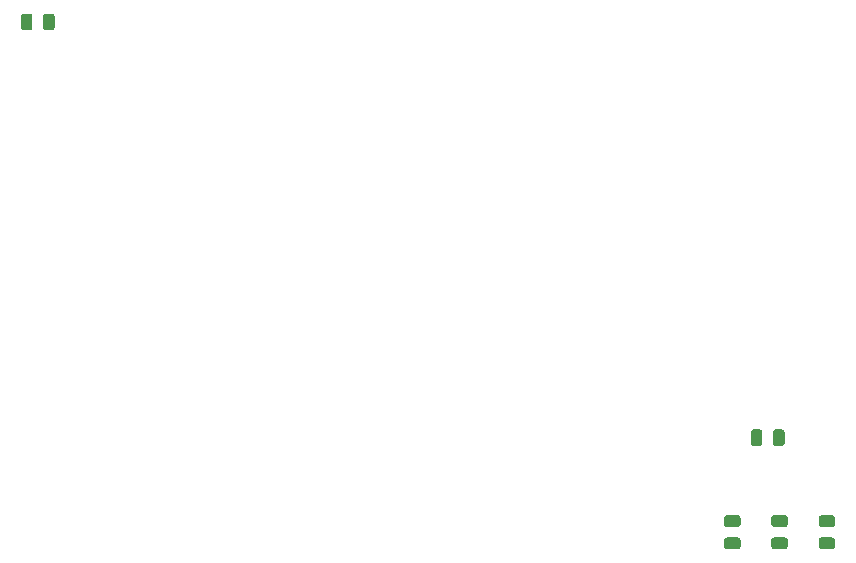
<source format=gbr>
G04 #@! TF.GenerationSoftware,KiCad,Pcbnew,5.1.5+dfsg1-2build2*
G04 #@! TF.CreationDate,2021-07-02T10:02:58+01:00*
G04 #@! TF.ProjectId,pak_breakout,70616b5f-6272-4656-916b-6f75742e6b69,rev?*
G04 #@! TF.SameCoordinates,Original*
G04 #@! TF.FileFunction,Paste,Bot*
G04 #@! TF.FilePolarity,Positive*
%FSLAX46Y46*%
G04 Gerber Fmt 4.6, Leading zero omitted, Abs format (unit mm)*
G04 Created by KiCad (PCBNEW 5.1.5+dfsg1-2build2) date 2021-07-02 10:02:58*
%MOMM*%
%LPD*%
G04 APERTURE LIST*
%ADD10C,0.100000*%
G04 APERTURE END LIST*
D10*
G36*
X339405142Y-228101174D02*
G01*
X339428803Y-228104684D01*
X339452007Y-228110496D01*
X339474529Y-228118554D01*
X339496153Y-228128782D01*
X339516670Y-228141079D01*
X339535883Y-228155329D01*
X339553607Y-228171393D01*
X339569671Y-228189117D01*
X339583921Y-228208330D01*
X339596218Y-228228847D01*
X339606446Y-228250471D01*
X339614504Y-228272993D01*
X339620316Y-228296197D01*
X339623826Y-228319858D01*
X339625000Y-228343750D01*
X339625000Y-229256250D01*
X339623826Y-229280142D01*
X339620316Y-229303803D01*
X339614504Y-229327007D01*
X339606446Y-229349529D01*
X339596218Y-229371153D01*
X339583921Y-229391670D01*
X339569671Y-229410883D01*
X339553607Y-229428607D01*
X339535883Y-229444671D01*
X339516670Y-229458921D01*
X339496153Y-229471218D01*
X339474529Y-229481446D01*
X339452007Y-229489504D01*
X339428803Y-229495316D01*
X339405142Y-229498826D01*
X339381250Y-229500000D01*
X338893750Y-229500000D01*
X338869858Y-229498826D01*
X338846197Y-229495316D01*
X338822993Y-229489504D01*
X338800471Y-229481446D01*
X338778847Y-229471218D01*
X338758330Y-229458921D01*
X338739117Y-229444671D01*
X338721393Y-229428607D01*
X338705329Y-229410883D01*
X338691079Y-229391670D01*
X338678782Y-229371153D01*
X338668554Y-229349529D01*
X338660496Y-229327007D01*
X338654684Y-229303803D01*
X338651174Y-229280142D01*
X338650000Y-229256250D01*
X338650000Y-228343750D01*
X338651174Y-228319858D01*
X338654684Y-228296197D01*
X338660496Y-228272993D01*
X338668554Y-228250471D01*
X338678782Y-228228847D01*
X338691079Y-228208330D01*
X338705329Y-228189117D01*
X338721393Y-228171393D01*
X338739117Y-228155329D01*
X338758330Y-228141079D01*
X338778847Y-228128782D01*
X338800471Y-228118554D01*
X338822993Y-228110496D01*
X338846197Y-228104684D01*
X338869858Y-228101174D01*
X338893750Y-228100000D01*
X339381250Y-228100000D01*
X339405142Y-228101174D01*
G37*
G36*
X337530142Y-228101174D02*
G01*
X337553803Y-228104684D01*
X337577007Y-228110496D01*
X337599529Y-228118554D01*
X337621153Y-228128782D01*
X337641670Y-228141079D01*
X337660883Y-228155329D01*
X337678607Y-228171393D01*
X337694671Y-228189117D01*
X337708921Y-228208330D01*
X337721218Y-228228847D01*
X337731446Y-228250471D01*
X337739504Y-228272993D01*
X337745316Y-228296197D01*
X337748826Y-228319858D01*
X337750000Y-228343750D01*
X337750000Y-229256250D01*
X337748826Y-229280142D01*
X337745316Y-229303803D01*
X337739504Y-229327007D01*
X337731446Y-229349529D01*
X337721218Y-229371153D01*
X337708921Y-229391670D01*
X337694671Y-229410883D01*
X337678607Y-229428607D01*
X337660883Y-229444671D01*
X337641670Y-229458921D01*
X337621153Y-229471218D01*
X337599529Y-229481446D01*
X337577007Y-229489504D01*
X337553803Y-229495316D01*
X337530142Y-229498826D01*
X337506250Y-229500000D01*
X337018750Y-229500000D01*
X336994858Y-229498826D01*
X336971197Y-229495316D01*
X336947993Y-229489504D01*
X336925471Y-229481446D01*
X336903847Y-229471218D01*
X336883330Y-229458921D01*
X336864117Y-229444671D01*
X336846393Y-229428607D01*
X336830329Y-229410883D01*
X336816079Y-229391670D01*
X336803782Y-229371153D01*
X336793554Y-229349529D01*
X336785496Y-229327007D01*
X336779684Y-229303803D01*
X336776174Y-229280142D01*
X336775000Y-229256250D01*
X336775000Y-228343750D01*
X336776174Y-228319858D01*
X336779684Y-228296197D01*
X336785496Y-228272993D01*
X336793554Y-228250471D01*
X336803782Y-228228847D01*
X336816079Y-228208330D01*
X336830329Y-228189117D01*
X336846393Y-228171393D01*
X336864117Y-228155329D01*
X336883330Y-228141079D01*
X336903847Y-228128782D01*
X336925471Y-228118554D01*
X336947993Y-228110496D01*
X336971197Y-228104684D01*
X336994858Y-228101174D01*
X337018750Y-228100000D01*
X337506250Y-228100000D01*
X337530142Y-228101174D01*
G37*
G36*
X401480142Y-272451174D02*
G01*
X401503803Y-272454684D01*
X401527007Y-272460496D01*
X401549529Y-272468554D01*
X401571153Y-272478782D01*
X401591670Y-272491079D01*
X401610883Y-272505329D01*
X401628607Y-272521393D01*
X401644671Y-272539117D01*
X401658921Y-272558330D01*
X401671218Y-272578847D01*
X401681446Y-272600471D01*
X401689504Y-272622993D01*
X401695316Y-272646197D01*
X401698826Y-272669858D01*
X401700000Y-272693750D01*
X401700000Y-273181250D01*
X401698826Y-273205142D01*
X401695316Y-273228803D01*
X401689504Y-273252007D01*
X401681446Y-273274529D01*
X401671218Y-273296153D01*
X401658921Y-273316670D01*
X401644671Y-273335883D01*
X401628607Y-273353607D01*
X401610883Y-273369671D01*
X401591670Y-273383921D01*
X401571153Y-273396218D01*
X401549529Y-273406446D01*
X401527007Y-273414504D01*
X401503803Y-273420316D01*
X401480142Y-273423826D01*
X401456250Y-273425000D01*
X400543750Y-273425000D01*
X400519858Y-273423826D01*
X400496197Y-273420316D01*
X400472993Y-273414504D01*
X400450471Y-273406446D01*
X400428847Y-273396218D01*
X400408330Y-273383921D01*
X400389117Y-273369671D01*
X400371393Y-273353607D01*
X400355329Y-273335883D01*
X400341079Y-273316670D01*
X400328782Y-273296153D01*
X400318554Y-273274529D01*
X400310496Y-273252007D01*
X400304684Y-273228803D01*
X400301174Y-273205142D01*
X400300000Y-273181250D01*
X400300000Y-272693750D01*
X400301174Y-272669858D01*
X400304684Y-272646197D01*
X400310496Y-272622993D01*
X400318554Y-272600471D01*
X400328782Y-272578847D01*
X400341079Y-272558330D01*
X400355329Y-272539117D01*
X400371393Y-272521393D01*
X400389117Y-272505329D01*
X400408330Y-272491079D01*
X400428847Y-272478782D01*
X400450471Y-272468554D01*
X400472993Y-272460496D01*
X400496197Y-272454684D01*
X400519858Y-272451174D01*
X400543750Y-272450000D01*
X401456250Y-272450000D01*
X401480142Y-272451174D01*
G37*
G36*
X401480142Y-270576174D02*
G01*
X401503803Y-270579684D01*
X401527007Y-270585496D01*
X401549529Y-270593554D01*
X401571153Y-270603782D01*
X401591670Y-270616079D01*
X401610883Y-270630329D01*
X401628607Y-270646393D01*
X401644671Y-270664117D01*
X401658921Y-270683330D01*
X401671218Y-270703847D01*
X401681446Y-270725471D01*
X401689504Y-270747993D01*
X401695316Y-270771197D01*
X401698826Y-270794858D01*
X401700000Y-270818750D01*
X401700000Y-271306250D01*
X401698826Y-271330142D01*
X401695316Y-271353803D01*
X401689504Y-271377007D01*
X401681446Y-271399529D01*
X401671218Y-271421153D01*
X401658921Y-271441670D01*
X401644671Y-271460883D01*
X401628607Y-271478607D01*
X401610883Y-271494671D01*
X401591670Y-271508921D01*
X401571153Y-271521218D01*
X401549529Y-271531446D01*
X401527007Y-271539504D01*
X401503803Y-271545316D01*
X401480142Y-271548826D01*
X401456250Y-271550000D01*
X400543750Y-271550000D01*
X400519858Y-271548826D01*
X400496197Y-271545316D01*
X400472993Y-271539504D01*
X400450471Y-271531446D01*
X400428847Y-271521218D01*
X400408330Y-271508921D01*
X400389117Y-271494671D01*
X400371393Y-271478607D01*
X400355329Y-271460883D01*
X400341079Y-271441670D01*
X400328782Y-271421153D01*
X400318554Y-271399529D01*
X400310496Y-271377007D01*
X400304684Y-271353803D01*
X400301174Y-271330142D01*
X400300000Y-271306250D01*
X400300000Y-270818750D01*
X400301174Y-270794858D01*
X400304684Y-270771197D01*
X400310496Y-270747993D01*
X400318554Y-270725471D01*
X400328782Y-270703847D01*
X400341079Y-270683330D01*
X400355329Y-270664117D01*
X400371393Y-270646393D01*
X400389117Y-270630329D01*
X400408330Y-270616079D01*
X400428847Y-270603782D01*
X400450471Y-270593554D01*
X400472993Y-270585496D01*
X400496197Y-270579684D01*
X400519858Y-270576174D01*
X400543750Y-270575000D01*
X401456250Y-270575000D01*
X401480142Y-270576174D01*
G37*
G36*
X397480142Y-270576174D02*
G01*
X397503803Y-270579684D01*
X397527007Y-270585496D01*
X397549529Y-270593554D01*
X397571153Y-270603782D01*
X397591670Y-270616079D01*
X397610883Y-270630329D01*
X397628607Y-270646393D01*
X397644671Y-270664117D01*
X397658921Y-270683330D01*
X397671218Y-270703847D01*
X397681446Y-270725471D01*
X397689504Y-270747993D01*
X397695316Y-270771197D01*
X397698826Y-270794858D01*
X397700000Y-270818750D01*
X397700000Y-271306250D01*
X397698826Y-271330142D01*
X397695316Y-271353803D01*
X397689504Y-271377007D01*
X397681446Y-271399529D01*
X397671218Y-271421153D01*
X397658921Y-271441670D01*
X397644671Y-271460883D01*
X397628607Y-271478607D01*
X397610883Y-271494671D01*
X397591670Y-271508921D01*
X397571153Y-271521218D01*
X397549529Y-271531446D01*
X397527007Y-271539504D01*
X397503803Y-271545316D01*
X397480142Y-271548826D01*
X397456250Y-271550000D01*
X396543750Y-271550000D01*
X396519858Y-271548826D01*
X396496197Y-271545316D01*
X396472993Y-271539504D01*
X396450471Y-271531446D01*
X396428847Y-271521218D01*
X396408330Y-271508921D01*
X396389117Y-271494671D01*
X396371393Y-271478607D01*
X396355329Y-271460883D01*
X396341079Y-271441670D01*
X396328782Y-271421153D01*
X396318554Y-271399529D01*
X396310496Y-271377007D01*
X396304684Y-271353803D01*
X396301174Y-271330142D01*
X396300000Y-271306250D01*
X396300000Y-270818750D01*
X396301174Y-270794858D01*
X396304684Y-270771197D01*
X396310496Y-270747993D01*
X396318554Y-270725471D01*
X396328782Y-270703847D01*
X396341079Y-270683330D01*
X396355329Y-270664117D01*
X396371393Y-270646393D01*
X396389117Y-270630329D01*
X396408330Y-270616079D01*
X396428847Y-270603782D01*
X396450471Y-270593554D01*
X396472993Y-270585496D01*
X396496197Y-270579684D01*
X396519858Y-270576174D01*
X396543750Y-270575000D01*
X397456250Y-270575000D01*
X397480142Y-270576174D01*
G37*
G36*
X397480142Y-272451174D02*
G01*
X397503803Y-272454684D01*
X397527007Y-272460496D01*
X397549529Y-272468554D01*
X397571153Y-272478782D01*
X397591670Y-272491079D01*
X397610883Y-272505329D01*
X397628607Y-272521393D01*
X397644671Y-272539117D01*
X397658921Y-272558330D01*
X397671218Y-272578847D01*
X397681446Y-272600471D01*
X397689504Y-272622993D01*
X397695316Y-272646197D01*
X397698826Y-272669858D01*
X397700000Y-272693750D01*
X397700000Y-273181250D01*
X397698826Y-273205142D01*
X397695316Y-273228803D01*
X397689504Y-273252007D01*
X397681446Y-273274529D01*
X397671218Y-273296153D01*
X397658921Y-273316670D01*
X397644671Y-273335883D01*
X397628607Y-273353607D01*
X397610883Y-273369671D01*
X397591670Y-273383921D01*
X397571153Y-273396218D01*
X397549529Y-273406446D01*
X397527007Y-273414504D01*
X397503803Y-273420316D01*
X397480142Y-273423826D01*
X397456250Y-273425000D01*
X396543750Y-273425000D01*
X396519858Y-273423826D01*
X396496197Y-273420316D01*
X396472993Y-273414504D01*
X396450471Y-273406446D01*
X396428847Y-273396218D01*
X396408330Y-273383921D01*
X396389117Y-273369671D01*
X396371393Y-273353607D01*
X396355329Y-273335883D01*
X396341079Y-273316670D01*
X396328782Y-273296153D01*
X396318554Y-273274529D01*
X396310496Y-273252007D01*
X396304684Y-273228803D01*
X396301174Y-273205142D01*
X396300000Y-273181250D01*
X396300000Y-272693750D01*
X396301174Y-272669858D01*
X396304684Y-272646197D01*
X396310496Y-272622993D01*
X396318554Y-272600471D01*
X396328782Y-272578847D01*
X396341079Y-272558330D01*
X396355329Y-272539117D01*
X396371393Y-272521393D01*
X396389117Y-272505329D01*
X396408330Y-272491079D01*
X396428847Y-272478782D01*
X396450471Y-272468554D01*
X396472993Y-272460496D01*
X396496197Y-272454684D01*
X396519858Y-272451174D01*
X396543750Y-272450000D01*
X397456250Y-272450000D01*
X397480142Y-272451174D01*
G37*
G36*
X405480142Y-270576174D02*
G01*
X405503803Y-270579684D01*
X405527007Y-270585496D01*
X405549529Y-270593554D01*
X405571153Y-270603782D01*
X405591670Y-270616079D01*
X405610883Y-270630329D01*
X405628607Y-270646393D01*
X405644671Y-270664117D01*
X405658921Y-270683330D01*
X405671218Y-270703847D01*
X405681446Y-270725471D01*
X405689504Y-270747993D01*
X405695316Y-270771197D01*
X405698826Y-270794858D01*
X405700000Y-270818750D01*
X405700000Y-271306250D01*
X405698826Y-271330142D01*
X405695316Y-271353803D01*
X405689504Y-271377007D01*
X405681446Y-271399529D01*
X405671218Y-271421153D01*
X405658921Y-271441670D01*
X405644671Y-271460883D01*
X405628607Y-271478607D01*
X405610883Y-271494671D01*
X405591670Y-271508921D01*
X405571153Y-271521218D01*
X405549529Y-271531446D01*
X405527007Y-271539504D01*
X405503803Y-271545316D01*
X405480142Y-271548826D01*
X405456250Y-271550000D01*
X404543750Y-271550000D01*
X404519858Y-271548826D01*
X404496197Y-271545316D01*
X404472993Y-271539504D01*
X404450471Y-271531446D01*
X404428847Y-271521218D01*
X404408330Y-271508921D01*
X404389117Y-271494671D01*
X404371393Y-271478607D01*
X404355329Y-271460883D01*
X404341079Y-271441670D01*
X404328782Y-271421153D01*
X404318554Y-271399529D01*
X404310496Y-271377007D01*
X404304684Y-271353803D01*
X404301174Y-271330142D01*
X404300000Y-271306250D01*
X404300000Y-270818750D01*
X404301174Y-270794858D01*
X404304684Y-270771197D01*
X404310496Y-270747993D01*
X404318554Y-270725471D01*
X404328782Y-270703847D01*
X404341079Y-270683330D01*
X404355329Y-270664117D01*
X404371393Y-270646393D01*
X404389117Y-270630329D01*
X404408330Y-270616079D01*
X404428847Y-270603782D01*
X404450471Y-270593554D01*
X404472993Y-270585496D01*
X404496197Y-270579684D01*
X404519858Y-270576174D01*
X404543750Y-270575000D01*
X405456250Y-270575000D01*
X405480142Y-270576174D01*
G37*
G36*
X405480142Y-272451174D02*
G01*
X405503803Y-272454684D01*
X405527007Y-272460496D01*
X405549529Y-272468554D01*
X405571153Y-272478782D01*
X405591670Y-272491079D01*
X405610883Y-272505329D01*
X405628607Y-272521393D01*
X405644671Y-272539117D01*
X405658921Y-272558330D01*
X405671218Y-272578847D01*
X405681446Y-272600471D01*
X405689504Y-272622993D01*
X405695316Y-272646197D01*
X405698826Y-272669858D01*
X405700000Y-272693750D01*
X405700000Y-273181250D01*
X405698826Y-273205142D01*
X405695316Y-273228803D01*
X405689504Y-273252007D01*
X405681446Y-273274529D01*
X405671218Y-273296153D01*
X405658921Y-273316670D01*
X405644671Y-273335883D01*
X405628607Y-273353607D01*
X405610883Y-273369671D01*
X405591670Y-273383921D01*
X405571153Y-273396218D01*
X405549529Y-273406446D01*
X405527007Y-273414504D01*
X405503803Y-273420316D01*
X405480142Y-273423826D01*
X405456250Y-273425000D01*
X404543750Y-273425000D01*
X404519858Y-273423826D01*
X404496197Y-273420316D01*
X404472993Y-273414504D01*
X404450471Y-273406446D01*
X404428847Y-273396218D01*
X404408330Y-273383921D01*
X404389117Y-273369671D01*
X404371393Y-273353607D01*
X404355329Y-273335883D01*
X404341079Y-273316670D01*
X404328782Y-273296153D01*
X404318554Y-273274529D01*
X404310496Y-273252007D01*
X404304684Y-273228803D01*
X404301174Y-273205142D01*
X404300000Y-273181250D01*
X404300000Y-272693750D01*
X404301174Y-272669858D01*
X404304684Y-272646197D01*
X404310496Y-272622993D01*
X404318554Y-272600471D01*
X404328782Y-272578847D01*
X404341079Y-272558330D01*
X404355329Y-272539117D01*
X404371393Y-272521393D01*
X404389117Y-272505329D01*
X404408330Y-272491079D01*
X404428847Y-272478782D01*
X404450471Y-272468554D01*
X404472993Y-272460496D01*
X404496197Y-272454684D01*
X404519858Y-272451174D01*
X404543750Y-272450000D01*
X405456250Y-272450000D01*
X405480142Y-272451174D01*
G37*
G36*
X399330142Y-263301174D02*
G01*
X399353803Y-263304684D01*
X399377007Y-263310496D01*
X399399529Y-263318554D01*
X399421153Y-263328782D01*
X399441670Y-263341079D01*
X399460883Y-263355329D01*
X399478607Y-263371393D01*
X399494671Y-263389117D01*
X399508921Y-263408330D01*
X399521218Y-263428847D01*
X399531446Y-263450471D01*
X399539504Y-263472993D01*
X399545316Y-263496197D01*
X399548826Y-263519858D01*
X399550000Y-263543750D01*
X399550000Y-264456250D01*
X399548826Y-264480142D01*
X399545316Y-264503803D01*
X399539504Y-264527007D01*
X399531446Y-264549529D01*
X399521218Y-264571153D01*
X399508921Y-264591670D01*
X399494671Y-264610883D01*
X399478607Y-264628607D01*
X399460883Y-264644671D01*
X399441670Y-264658921D01*
X399421153Y-264671218D01*
X399399529Y-264681446D01*
X399377007Y-264689504D01*
X399353803Y-264695316D01*
X399330142Y-264698826D01*
X399306250Y-264700000D01*
X398818750Y-264700000D01*
X398794858Y-264698826D01*
X398771197Y-264695316D01*
X398747993Y-264689504D01*
X398725471Y-264681446D01*
X398703847Y-264671218D01*
X398683330Y-264658921D01*
X398664117Y-264644671D01*
X398646393Y-264628607D01*
X398630329Y-264610883D01*
X398616079Y-264591670D01*
X398603782Y-264571153D01*
X398593554Y-264549529D01*
X398585496Y-264527007D01*
X398579684Y-264503803D01*
X398576174Y-264480142D01*
X398575000Y-264456250D01*
X398575000Y-263543750D01*
X398576174Y-263519858D01*
X398579684Y-263496197D01*
X398585496Y-263472993D01*
X398593554Y-263450471D01*
X398603782Y-263428847D01*
X398616079Y-263408330D01*
X398630329Y-263389117D01*
X398646393Y-263371393D01*
X398664117Y-263355329D01*
X398683330Y-263341079D01*
X398703847Y-263328782D01*
X398725471Y-263318554D01*
X398747993Y-263310496D01*
X398771197Y-263304684D01*
X398794858Y-263301174D01*
X398818750Y-263300000D01*
X399306250Y-263300000D01*
X399330142Y-263301174D01*
G37*
G36*
X401205142Y-263301174D02*
G01*
X401228803Y-263304684D01*
X401252007Y-263310496D01*
X401274529Y-263318554D01*
X401296153Y-263328782D01*
X401316670Y-263341079D01*
X401335883Y-263355329D01*
X401353607Y-263371393D01*
X401369671Y-263389117D01*
X401383921Y-263408330D01*
X401396218Y-263428847D01*
X401406446Y-263450471D01*
X401414504Y-263472993D01*
X401420316Y-263496197D01*
X401423826Y-263519858D01*
X401425000Y-263543750D01*
X401425000Y-264456250D01*
X401423826Y-264480142D01*
X401420316Y-264503803D01*
X401414504Y-264527007D01*
X401406446Y-264549529D01*
X401396218Y-264571153D01*
X401383921Y-264591670D01*
X401369671Y-264610883D01*
X401353607Y-264628607D01*
X401335883Y-264644671D01*
X401316670Y-264658921D01*
X401296153Y-264671218D01*
X401274529Y-264681446D01*
X401252007Y-264689504D01*
X401228803Y-264695316D01*
X401205142Y-264698826D01*
X401181250Y-264700000D01*
X400693750Y-264700000D01*
X400669858Y-264698826D01*
X400646197Y-264695316D01*
X400622993Y-264689504D01*
X400600471Y-264681446D01*
X400578847Y-264671218D01*
X400558330Y-264658921D01*
X400539117Y-264644671D01*
X400521393Y-264628607D01*
X400505329Y-264610883D01*
X400491079Y-264591670D01*
X400478782Y-264571153D01*
X400468554Y-264549529D01*
X400460496Y-264527007D01*
X400454684Y-264503803D01*
X400451174Y-264480142D01*
X400450000Y-264456250D01*
X400450000Y-263543750D01*
X400451174Y-263519858D01*
X400454684Y-263496197D01*
X400460496Y-263472993D01*
X400468554Y-263450471D01*
X400478782Y-263428847D01*
X400491079Y-263408330D01*
X400505329Y-263389117D01*
X400521393Y-263371393D01*
X400539117Y-263355329D01*
X400558330Y-263341079D01*
X400578847Y-263328782D01*
X400600471Y-263318554D01*
X400622993Y-263310496D01*
X400646197Y-263304684D01*
X400669858Y-263301174D01*
X400693750Y-263300000D01*
X401181250Y-263300000D01*
X401205142Y-263301174D01*
G37*
M02*

</source>
